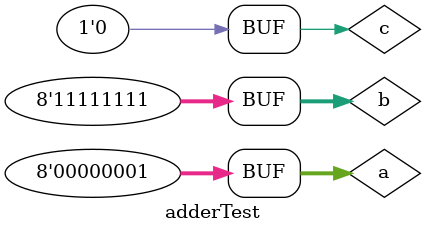
<source format=v>
`timescale 1ns / 1ps


module adderTest;

	// Inputs
	reg [7:0] a;
	reg [7:0] b;
	reg c;

	// Outputs
	wire [7:0] s;
	wire co;

	// Instantiate the Unit Under Test (UUT)
	Adder8bit uut (
		.a(a), 
		.b(b), 
		.c(c), 
		.s(s), 
		.co(co)
	);

	initial begin
		// Initialize Inputs
		a = 0;
		b = 0;
		c = 0;

		// Wait 100 ns for global reset to finish
		#100;
        
		// Add stimulus here
		a = 8'b00000000;
		b = 8'b00000000;
		c = 0;

		// Wait 100 ns for global reset to finish
		#100;
        
		// Add stimulus here
		a = 8'b00000001;
		b = 8'b00000000;
		c = 0;
      #100;
        
		// Add stimulus here
		a = 8'b00000001;
		b = 8'b00000001;
		c = 0;
      #100;
        
		// Add stimulus here
		a = 8'b00000001;
		b = 8'b11111111;
		c = 0;
      #100;
	end
      
endmodule


</source>
